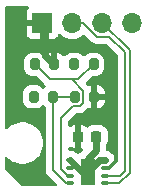
<source format=gtl>
%TF.GenerationSoftware,KiCad,Pcbnew,8.0.6*%
%TF.CreationDate,2024-11-11T21:41:16+01:00*%
%TF.ProjectId,Encoder_PCB,456e636f-6465-4725-9f50-43422e6b6963,rev?*%
%TF.SameCoordinates,Original*%
%TF.FileFunction,Copper,L1,Top*%
%TF.FilePolarity,Positive*%
%FSLAX46Y46*%
G04 Gerber Fmt 4.6, Leading zero omitted, Abs format (unit mm)*
G04 Created by KiCad (PCBNEW 8.0.6) date 2024-11-11 21:41:16*
%MOMM*%
%LPD*%
G01*
G04 APERTURE LIST*
G04 Aperture macros list*
%AMRoundRect*
0 Rectangle with rounded corners*
0 $1 Rounding radius*
0 $2 $3 $4 $5 $6 $7 $8 $9 X,Y pos of 4 corners*
0 Add a 4 corners polygon primitive as box body*
4,1,4,$2,$3,$4,$5,$6,$7,$8,$9,$2,$3,0*
0 Add four circle primitives for the rounded corners*
1,1,$1+$1,$2,$3*
1,1,$1+$1,$4,$5*
1,1,$1+$1,$6,$7*
1,1,$1+$1,$8,$9*
0 Add four rect primitives between the rounded corners*
20,1,$1+$1,$2,$3,$4,$5,0*
20,1,$1+$1,$4,$5,$6,$7,0*
20,1,$1+$1,$6,$7,$8,$9,0*
20,1,$1+$1,$8,$9,$2,$3,0*%
G04 Aperture macros list end*
%TA.AperFunction,ComponentPad*%
%ADD10R,1.700000X1.700000*%
%TD*%
%TA.AperFunction,ComponentPad*%
%ADD11O,1.700000X1.700000*%
%TD*%
%TA.AperFunction,SMDPad,CuDef*%
%ADD12RoundRect,0.200000X-0.200000X-0.275000X0.200000X-0.275000X0.200000X0.275000X-0.200000X0.275000X0*%
%TD*%
%TA.AperFunction,SMDPad,CuDef*%
%ADD13RoundRect,0.225000X-0.225000X-0.250000X0.225000X-0.250000X0.225000X0.250000X-0.225000X0.250000X0*%
%TD*%
%TA.AperFunction,SMDPad,CuDef*%
%ADD14RoundRect,0.122500X-0.227500X-0.052500X0.227500X-0.052500X0.227500X0.052500X-0.227500X0.052500X0*%
%TD*%
%TA.AperFunction,SMDPad,CuDef*%
%ADD15R,1.200000X2.200000*%
%TD*%
%TA.AperFunction,ViaPad*%
%ADD16C,0.600000*%
%TD*%
%TA.AperFunction,Conductor*%
%ADD17C,0.600000*%
%TD*%
%TA.AperFunction,Conductor*%
%ADD18C,0.300000*%
%TD*%
%TA.AperFunction,Conductor*%
%ADD19C,0.200000*%
%TD*%
%ADD20C,0.300000*%
%ADD21C,0.350000*%
G04 APERTURE END LIST*
D10*
%TO.P,J1,1,Pin_1*%
%TO.N,+5V*%
X134500000Y-84000000D03*
D11*
%TO.P,J1,2,Pin_2*%
%TO.N,/CH-A*%
X137040000Y-84000000D03*
%TO.P,J1,3,Pin_3*%
%TO.N,/CH-B*%
X139580000Y-84000000D03*
%TO.P,J1,4,Pin_4*%
%TO.N,GND*%
X142120000Y-84000000D03*
%TD*%
D12*
%TO.P,R2,1,1*%
%TO.N,GND*%
X137175000Y-87500000D03*
%TO.P,R2,2,2*%
%TO.N,Net-(IC1-SEL1)*%
X138825000Y-87500000D03*
%TD*%
D13*
%TO.P,C1,1,1*%
%TO.N,+5V*%
X137525000Y-93625000D03*
%TO.P,C1,2,2*%
%TO.N,GND*%
X139075000Y-93625000D03*
%TD*%
D14*
%TO.P,IC1,1,TM1*%
%TO.N,GND*%
X136864959Y-95625000D03*
%TO.P,IC1,2,TM2*%
X136864959Y-96275000D03*
%TO.P,IC1,3,SEL1*%
%TO.N,Net-(IC1-SEL1)*%
X136864959Y-96925000D03*
%TO.P,IC1,4,SEL2*%
%TO.N,Net-(IC1-SEL2)*%
X136864959Y-97575000D03*
%TO.P,IC1,5,B*%
%TO.N,/CH-B*%
X139814959Y-97575000D03*
%TO.P,IC1,6,A*%
%TO.N,/CH-A*%
X139814959Y-96925000D03*
%TO.P,IC1,7,VDD*%
%TO.N,+5V*%
X139814959Y-96275000D03*
%TO.P,IC1,8,GND*%
%TO.N,GND*%
X139814959Y-95625000D03*
D15*
%TO.P,IC1,BP,GND*%
X138339959Y-96600000D03*
%TD*%
D12*
%TO.P,R1,1,1*%
%TO.N,Net-(IC1-SEL1)*%
X133850000Y-87500000D03*
%TO.P,R1,2,2*%
%TO.N,+5V*%
X135500000Y-87500000D03*
%TD*%
%TO.P,R4,1,1*%
%TO.N,GND*%
X133750000Y-90250000D03*
%TO.P,R4,2,2*%
%TO.N,Net-(IC1-SEL2)*%
X135400000Y-90250000D03*
%TD*%
%TO.P,R3,1,1*%
%TO.N,Net-(IC1-SEL2)*%
X137250000Y-90250000D03*
%TO.P,R3,2,2*%
%TO.N,+5V*%
X138900000Y-90250000D03*
%TD*%
D16*
%TO.N,GND*%
X139075000Y-93625000D03*
X133750000Y-90250000D03*
X137175000Y-87500000D03*
%TD*%
D17*
%TO.N,+5V*%
X134750000Y-84250000D02*
X134500000Y-84000000D01*
D18*
X140750000Y-95689959D02*
X140750000Y-95075000D01*
X139814959Y-96275000D02*
X140164959Y-96275000D01*
D17*
X135500000Y-87500000D02*
X134750000Y-86750000D01*
X134750000Y-86750000D02*
X134750000Y-84250000D01*
D18*
X140164959Y-96275000D02*
X140750000Y-95689959D01*
D17*
%TO.N,GND*%
X138339959Y-96600000D02*
X137839959Y-96600000D01*
X138339959Y-96600000D02*
X138339959Y-96586256D01*
X139326215Y-95600000D02*
X139814959Y-95600000D01*
X139075000Y-94750000D02*
X139075000Y-93625000D01*
X137839959Y-96600000D02*
X136864959Y-95625000D01*
X138339959Y-96586256D02*
X139326215Y-95600000D01*
X138339959Y-95485041D02*
X139075000Y-94750000D01*
X138339959Y-96600000D02*
X138339959Y-95485041D01*
D19*
%TO.N,Net-(IC1-SEL2)*%
X136514959Y-97575000D02*
X136864959Y-97575000D01*
X135400000Y-90250000D02*
X137250000Y-90250000D01*
X135400000Y-96460041D02*
X136514959Y-97575000D01*
X135400000Y-90250000D02*
X135400000Y-96460041D01*
%TO.N,Net-(IC1-SEL1)*%
X137550000Y-88775000D02*
X136962648Y-88775000D01*
X137075000Y-91025000D02*
X136100000Y-92000000D01*
X137950000Y-90737648D02*
X137662648Y-91025000D01*
X136100000Y-92000000D02*
X136100000Y-96390943D01*
X137662648Y-91025000D02*
X137075000Y-91025000D01*
X137950000Y-89762352D02*
X137950000Y-90737648D01*
X138825000Y-87500000D02*
X137550000Y-88775000D01*
X136100000Y-96390943D02*
X136634057Y-96925000D01*
X136634057Y-96925000D02*
X136864959Y-96925000D01*
X136962648Y-88775000D02*
X137950000Y-89762352D01*
X135125000Y-88775000D02*
X136962648Y-88775000D01*
X133850000Y-87500000D02*
X135125000Y-88775000D01*
%TO.N,/CH-B*%
X141875000Y-86295000D02*
X141875000Y-96675000D01*
X141875000Y-96675000D02*
X140975000Y-97575000D01*
X139580000Y-84000000D02*
X141875000Y-86295000D01*
X140975000Y-97575000D02*
X139814959Y-97575000D01*
%TO.N,/CH-A*%
X137953654Y-84000000D02*
X139103654Y-85150000D01*
X141475000Y-96509314D02*
X141059314Y-96925000D01*
X137040000Y-84000000D02*
X137953654Y-84000000D01*
X141059314Y-96925000D02*
X139814959Y-96925000D01*
X140164314Y-85150000D02*
X141475000Y-86460686D01*
X141475000Y-86460686D02*
X141475000Y-96509314D01*
X139103654Y-85150000D02*
X140164314Y-85150000D01*
%TD*%
%TA.AperFunction,Conductor*%
%TO.N,+5V*%
G36*
X133310979Y-82570185D02*
G01*
X133356734Y-82622989D01*
X133366678Y-82692147D01*
X133337653Y-82755703D01*
X133318252Y-82773766D01*
X133292809Y-82792812D01*
X133206649Y-82907906D01*
X133206645Y-82907913D01*
X133156403Y-83042620D01*
X133156401Y-83042627D01*
X133150000Y-83102155D01*
X133150000Y-83750000D01*
X134066988Y-83750000D01*
X134034075Y-83807007D01*
X134000000Y-83934174D01*
X134000000Y-84065826D01*
X134034075Y-84192993D01*
X134066988Y-84250000D01*
X133150000Y-84250000D01*
X133150000Y-84897844D01*
X133156401Y-84957372D01*
X133156403Y-84957379D01*
X133206645Y-85092086D01*
X133206649Y-85092093D01*
X133292809Y-85207187D01*
X133292812Y-85207190D01*
X133407906Y-85293350D01*
X133407913Y-85293354D01*
X133542620Y-85343596D01*
X133542627Y-85343598D01*
X133602155Y-85349999D01*
X133602172Y-85350000D01*
X134250000Y-85350000D01*
X134250000Y-84433012D01*
X134307007Y-84465925D01*
X134434174Y-84500000D01*
X134565826Y-84500000D01*
X134692993Y-84465925D01*
X134750000Y-84433012D01*
X134750000Y-85350000D01*
X135397828Y-85350000D01*
X135397844Y-85349999D01*
X135457372Y-85343598D01*
X135457379Y-85343596D01*
X135592086Y-85293354D01*
X135592093Y-85293350D01*
X135707187Y-85207190D01*
X135707190Y-85207187D01*
X135793350Y-85092093D01*
X135793354Y-85092086D01*
X135842422Y-84960529D01*
X135884293Y-84904595D01*
X135949757Y-84880178D01*
X136018030Y-84895030D01*
X136046285Y-84916181D01*
X136168599Y-85038495D01*
X136245135Y-85092086D01*
X136362165Y-85174032D01*
X136362167Y-85174033D01*
X136362170Y-85174035D01*
X136576337Y-85273903D01*
X136804592Y-85335063D01*
X136975319Y-85350000D01*
X137039999Y-85355659D01*
X137040000Y-85355659D01*
X137040001Y-85355659D01*
X137104681Y-85350000D01*
X137275408Y-85335063D01*
X137503663Y-85273903D01*
X137717830Y-85174035D01*
X137911401Y-85038495D01*
X137939477Y-85010417D01*
X138000797Y-84976934D01*
X138070489Y-84981918D01*
X138114837Y-85010418D01*
X138734938Y-85630520D01*
X138734940Y-85630521D01*
X138734944Y-85630524D01*
X138871863Y-85709573D01*
X138871870Y-85709577D01*
X139024597Y-85750501D01*
X139024599Y-85750501D01*
X139190308Y-85750501D01*
X139190324Y-85750500D01*
X139864217Y-85750500D01*
X139931256Y-85770185D01*
X139951898Y-85786819D01*
X140838181Y-86673102D01*
X140871666Y-86734425D01*
X140874500Y-86760783D01*
X140874500Y-95332085D01*
X140854815Y-95399124D01*
X140802011Y-95444879D01*
X140732853Y-95454823D01*
X140669297Y-95425798D01*
X140631523Y-95367020D01*
X140631424Y-95366680D01*
X140618766Y-95323114D01*
X140618765Y-95323111D01*
X140618765Y-95323110D01*
X140538638Y-95187624D01*
X140427335Y-95076321D01*
X140427329Y-95076315D01*
X140421172Y-95071540D01*
X140421505Y-95071109D01*
X140406528Y-95059491D01*
X140325248Y-94978211D01*
X140325247Y-94978210D01*
X140325246Y-94978209D01*
X140194144Y-94890609D01*
X140194131Y-94890602D01*
X140048460Y-94830264D01*
X140048450Y-94830261D01*
X139975308Y-94815712D01*
X139913397Y-94783327D01*
X139878823Y-94722611D01*
X139875500Y-94694095D01*
X139875500Y-94359104D01*
X139893961Y-94294009D01*
X139962003Y-94183697D01*
X140015349Y-94022708D01*
X140025500Y-93923345D01*
X140025499Y-93326656D01*
X140017281Y-93246210D01*
X140015349Y-93227292D01*
X140015348Y-93227289D01*
X139962003Y-93066303D01*
X139961999Y-93066297D01*
X139961998Y-93066294D01*
X139872970Y-92921959D01*
X139872967Y-92921955D01*
X139753044Y-92802032D01*
X139753040Y-92802029D01*
X139608705Y-92713001D01*
X139608699Y-92712998D01*
X139608697Y-92712997D01*
X139589947Y-92706784D01*
X139447709Y-92659651D01*
X139348346Y-92649500D01*
X138801662Y-92649500D01*
X138801644Y-92649501D01*
X138702292Y-92659650D01*
X138702289Y-92659651D01*
X138541305Y-92712996D01*
X138541294Y-92713001D01*
X138396959Y-92802029D01*
X138396953Y-92802033D01*
X138387324Y-92811663D01*
X138326000Y-92845146D01*
X138256308Y-92840159D01*
X138211965Y-92811660D01*
X138202732Y-92802427D01*
X138202728Y-92802424D01*
X138058492Y-92713457D01*
X138058481Y-92713452D01*
X137897606Y-92660144D01*
X137798322Y-92650000D01*
X137775000Y-92650000D01*
X137775000Y-94599999D01*
X137793561Y-94599999D01*
X137860600Y-94619684D01*
X137906355Y-94672488D01*
X137916299Y-94741646D01*
X137887274Y-94805202D01*
X137881242Y-94811680D01*
X137829670Y-94863252D01*
X137724515Y-94968407D01*
X137663192Y-95001891D01*
X137650091Y-95004014D01*
X137632478Y-95005907D01*
X137632475Y-95005908D01*
X137521754Y-95047204D01*
X137452062Y-95052188D01*
X137390741Y-95018703D01*
X137375251Y-95003213D01*
X137375247Y-95003210D01*
X137244144Y-94915609D01*
X137244131Y-94915602D01*
X137098460Y-94855264D01*
X137098448Y-94855261D01*
X136943804Y-94824500D01*
X136943801Y-94824500D01*
X136824500Y-94824500D01*
X136757461Y-94804815D01*
X136711706Y-94752011D01*
X136700500Y-94700500D01*
X136700500Y-94579220D01*
X136720185Y-94512181D01*
X136772989Y-94466426D01*
X136842147Y-94456482D01*
X136889598Y-94473682D01*
X136991511Y-94536544D01*
X136991518Y-94536547D01*
X137152393Y-94589855D01*
X137251683Y-94599999D01*
X137275000Y-94599998D01*
X137275000Y-92649999D01*
X137251693Y-92650000D01*
X137251674Y-92650001D01*
X137152392Y-92660144D01*
X136991518Y-92713452D01*
X136991513Y-92713454D01*
X136889597Y-92776318D01*
X136822205Y-92794758D01*
X136755541Y-92773836D01*
X136710771Y-92720194D01*
X136700500Y-92670779D01*
X136700500Y-92300097D01*
X136720185Y-92233058D01*
X136736819Y-92212416D01*
X137287416Y-91661819D01*
X137348739Y-91628334D01*
X137375097Y-91625500D01*
X137575979Y-91625500D01*
X137575995Y-91625501D01*
X137583591Y-91625501D01*
X137741702Y-91625501D01*
X137741705Y-91625501D01*
X137894433Y-91584577D01*
X137944552Y-91555639D01*
X138031364Y-91505520D01*
X138143168Y-91393716D01*
X138143168Y-91393714D01*
X138153376Y-91383507D01*
X138153378Y-91383504D01*
X138308505Y-91228377D01*
X138308510Y-91228373D01*
X138318714Y-91218168D01*
X138318716Y-91218168D01*
X138325775Y-91211108D01*
X138387095Y-91177624D01*
X138450347Y-91180403D01*
X138572898Y-91218591D01*
X138643408Y-91224998D01*
X138643426Y-91224999D01*
X139150000Y-91224999D01*
X139156581Y-91224999D01*
X139227102Y-91218591D01*
X139227107Y-91218590D01*
X139389396Y-91168018D01*
X139534877Y-91080072D01*
X139655072Y-90959877D01*
X139743019Y-90814395D01*
X139793590Y-90652106D01*
X139800000Y-90581572D01*
X139800000Y-90500000D01*
X139150000Y-90500000D01*
X139150000Y-91224999D01*
X138643426Y-91224999D01*
X138649999Y-91224998D01*
X138650000Y-91224998D01*
X138650000Y-90000000D01*
X139150000Y-90000000D01*
X139799999Y-90000000D01*
X139799999Y-89918417D01*
X139793591Y-89847897D01*
X139793590Y-89847892D01*
X139743018Y-89685603D01*
X139655072Y-89540122D01*
X139534877Y-89419927D01*
X139389395Y-89331980D01*
X139389396Y-89331980D01*
X139227105Y-89281409D01*
X139227106Y-89281409D01*
X139156572Y-89275000D01*
X139150000Y-89275000D01*
X139150000Y-90000000D01*
X138650000Y-90000000D01*
X138650000Y-89275000D01*
X138649999Y-89274999D01*
X138643436Y-89275000D01*
X138643417Y-89275001D01*
X138572897Y-89281408D01*
X138450346Y-89319596D01*
X138380486Y-89320746D01*
X138325775Y-89288891D01*
X138193240Y-89156356D01*
X138159755Y-89095033D01*
X138164739Y-89025341D01*
X138193240Y-88980994D01*
X138662416Y-88511819D01*
X138723739Y-88478334D01*
X138750097Y-88475500D01*
X139081613Y-88475500D01*
X139081616Y-88475500D01*
X139152196Y-88469086D01*
X139314606Y-88418478D01*
X139460185Y-88330472D01*
X139580472Y-88210185D01*
X139668478Y-88064606D01*
X139719086Y-87902196D01*
X139725500Y-87831616D01*
X139725500Y-87168384D01*
X139719086Y-87097804D01*
X139668478Y-86935394D01*
X139580472Y-86789815D01*
X139580470Y-86789813D01*
X139580469Y-86789811D01*
X139460188Y-86669530D01*
X139314606Y-86581522D01*
X139152196Y-86530914D01*
X139152194Y-86530913D01*
X139152192Y-86530913D01*
X139102778Y-86526423D01*
X139081616Y-86524500D01*
X138568384Y-86524500D01*
X138549145Y-86526248D01*
X138497807Y-86530913D01*
X138335393Y-86581522D01*
X138189811Y-86669530D01*
X138189810Y-86669531D01*
X138087681Y-86771661D01*
X138026358Y-86805146D01*
X137956666Y-86800162D01*
X137912319Y-86771661D01*
X137810188Y-86669530D01*
X137664606Y-86581522D01*
X137502196Y-86530914D01*
X137502194Y-86530913D01*
X137502192Y-86530913D01*
X137452778Y-86526423D01*
X137431616Y-86524500D01*
X136918384Y-86524500D01*
X136899145Y-86526248D01*
X136847807Y-86530913D01*
X136685393Y-86581522D01*
X136539813Y-86669529D01*
X136424826Y-86784516D01*
X136363503Y-86818000D01*
X136293811Y-86813016D01*
X136249463Y-86784515D01*
X136134875Y-86669926D01*
X135989395Y-86581980D01*
X135989396Y-86581980D01*
X135827105Y-86531409D01*
X135827106Y-86531409D01*
X135756572Y-86525000D01*
X135750000Y-86525000D01*
X135750000Y-87626000D01*
X135730315Y-87693039D01*
X135677511Y-87738794D01*
X135626000Y-87750000D01*
X135374000Y-87750000D01*
X135306961Y-87730315D01*
X135261206Y-87677511D01*
X135250000Y-87626000D01*
X135250000Y-86525000D01*
X135249999Y-86524999D01*
X135243436Y-86525000D01*
X135243417Y-86525001D01*
X135172897Y-86531408D01*
X135172892Y-86531409D01*
X135010603Y-86581981D01*
X134865122Y-86669927D01*
X134865121Y-86669928D01*
X134763035Y-86772015D01*
X134701712Y-86805500D01*
X134632020Y-86800516D01*
X134587673Y-86772015D01*
X134485188Y-86669530D01*
X134339606Y-86581522D01*
X134177196Y-86530914D01*
X134177194Y-86530913D01*
X134177192Y-86530913D01*
X134127778Y-86526423D01*
X134106616Y-86524500D01*
X133593384Y-86524500D01*
X133574145Y-86526248D01*
X133522807Y-86530913D01*
X133360393Y-86581522D01*
X133214811Y-86669530D01*
X133094530Y-86789811D01*
X133006522Y-86935393D01*
X132955913Y-87097807D01*
X132949500Y-87168386D01*
X132949500Y-87831613D01*
X132955913Y-87902192D01*
X133006522Y-88064606D01*
X133094530Y-88210188D01*
X133214811Y-88330469D01*
X133214813Y-88330470D01*
X133214815Y-88330472D01*
X133360394Y-88418478D01*
X133522804Y-88469086D01*
X133593384Y-88475500D01*
X133924903Y-88475500D01*
X133991942Y-88495185D01*
X134012584Y-88511819D01*
X134640139Y-89139374D01*
X134640160Y-89139397D01*
X134754871Y-89254108D01*
X134788356Y-89315431D01*
X134783372Y-89385123D01*
X134754872Y-89429470D01*
X134662682Y-89521661D01*
X134601359Y-89555146D01*
X134531667Y-89550162D01*
X134487319Y-89521661D01*
X134385188Y-89419530D01*
X134342354Y-89393636D01*
X134239606Y-89331522D01*
X134077196Y-89280914D01*
X134077194Y-89280913D01*
X134077192Y-89280913D01*
X134027778Y-89276423D01*
X134006616Y-89274500D01*
X133493384Y-89274500D01*
X133474145Y-89276248D01*
X133422807Y-89280913D01*
X133260393Y-89331522D01*
X133114811Y-89419530D01*
X132994530Y-89539811D01*
X132906522Y-89685393D01*
X132855913Y-89847807D01*
X132849500Y-89918386D01*
X132849500Y-90581613D01*
X132855913Y-90652192D01*
X132855913Y-90652194D01*
X132855914Y-90652196D01*
X132906522Y-90814606D01*
X132988272Y-90949837D01*
X132994530Y-90960188D01*
X133114811Y-91080469D01*
X133114813Y-91080470D01*
X133114815Y-91080472D01*
X133260394Y-91168478D01*
X133422804Y-91219086D01*
X133493384Y-91225500D01*
X133493387Y-91225500D01*
X134006613Y-91225500D01*
X134006616Y-91225500D01*
X134077196Y-91219086D01*
X134239606Y-91168478D01*
X134385185Y-91080472D01*
X134487320Y-90978336D01*
X134548641Y-90944853D01*
X134618333Y-90949837D01*
X134662681Y-90978338D01*
X134763181Y-91078838D01*
X134796666Y-91140161D01*
X134799500Y-91166519D01*
X134799500Y-94093209D01*
X134781848Y-94153322D01*
X134796755Y-94180844D01*
X134799500Y-94206790D01*
X134799500Y-96373371D01*
X134799499Y-96373389D01*
X134799499Y-96539095D01*
X134799498Y-96539095D01*
X134840423Y-96691827D01*
X134841222Y-96693209D01*
X134841242Y-96693244D01*
X134919477Y-96828753D01*
X134919481Y-96828758D01*
X135038349Y-96947626D01*
X135038355Y-96947631D01*
X135696310Y-97605586D01*
X135729795Y-97666909D01*
X135724811Y-97736601D01*
X135682939Y-97792534D01*
X135617475Y-97816951D01*
X135608629Y-97817267D01*
X132826443Y-97817267D01*
X132759404Y-97797582D01*
X132738762Y-97780948D01*
X131336819Y-96379005D01*
X131303334Y-96317682D01*
X131300500Y-96291324D01*
X131300500Y-95430697D01*
X131320185Y-95363658D01*
X131372989Y-95317903D01*
X131442147Y-95307959D01*
X131505703Y-95336984D01*
X131509737Y-95340885D01*
X131509793Y-95340825D01*
X131653610Y-95474267D01*
X131705521Y-95522433D01*
X131922296Y-95670228D01*
X131922301Y-95670230D01*
X131922302Y-95670231D01*
X131922303Y-95670232D01*
X132047843Y-95730688D01*
X132158673Y-95784061D01*
X132158674Y-95784061D01*
X132158677Y-95784063D01*
X132409385Y-95861396D01*
X132668818Y-95900500D01*
X132931182Y-95900500D01*
X133190615Y-95861396D01*
X133441323Y-95784063D01*
X133677704Y-95670228D01*
X133894479Y-95522433D01*
X134086805Y-95343981D01*
X134250386Y-95138857D01*
X134381568Y-94911643D01*
X134477420Y-94667416D01*
X134535802Y-94411630D01*
X134539738Y-94359104D01*
X134551847Y-94197524D01*
X134570056Y-94149203D01*
X134556523Y-94128144D01*
X134551847Y-94102475D01*
X134535803Y-93888379D01*
X134535802Y-93888374D01*
X134535802Y-93888370D01*
X134477420Y-93632584D01*
X134381568Y-93388357D01*
X134250386Y-93161143D01*
X134086805Y-92956019D01*
X134086804Y-92956018D01*
X134086801Y-92956014D01*
X133894479Y-92777567D01*
X133800447Y-92713457D01*
X133677704Y-92629772D01*
X133677700Y-92629770D01*
X133677697Y-92629768D01*
X133677696Y-92629767D01*
X133441325Y-92515938D01*
X133441327Y-92515938D01*
X133190623Y-92438606D01*
X133190619Y-92438605D01*
X133190615Y-92438604D01*
X133065823Y-92419794D01*
X132931187Y-92399500D01*
X132931182Y-92399500D01*
X132668818Y-92399500D01*
X132668812Y-92399500D01*
X132507247Y-92423853D01*
X132409385Y-92438604D01*
X132409382Y-92438605D01*
X132409376Y-92438606D01*
X132158673Y-92515938D01*
X131922303Y-92629767D01*
X131922302Y-92629768D01*
X131705520Y-92777567D01*
X131509793Y-92959175D01*
X131508482Y-92957762D01*
X131455370Y-92989398D01*
X131385540Y-92987023D01*
X131328080Y-92947272D01*
X131301233Y-92882766D01*
X131300500Y-92869302D01*
X131300500Y-82674500D01*
X131320185Y-82607461D01*
X131372989Y-82561706D01*
X131424500Y-82550500D01*
X133243940Y-82550500D01*
X133310979Y-82570185D01*
G37*
%TD.AperFunction*%
%TD*%
D20*
X139075000Y-93625000D03*
X133750000Y-90250000D03*
X137175000Y-87500000D03*
D21*
X134500000Y-84000000D03*
X137040000Y-84000000D03*
X139580000Y-84000000D03*
X142120000Y-84000000D03*
M02*

</source>
